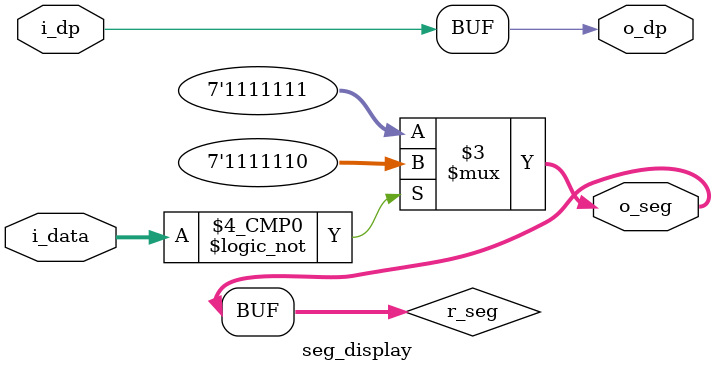
<source format=v>
/*
七段数码管
小数点位DP
*/
`timescale 1ns/1ns

module seg_display
	(
		input[3:0] i_data,
		input i_dp,

		output[6:0] o_seg,
		output o_dp
	);

	reg[6:0] r_seg;

	assign o_seg = r_seg;

	assign o_dp = i_dp;	//小数点直接输出


	always@(*)
	begin
		//根据7段数码管 显示数字与对应信号关系 来编码
		case(i_data)
			4'b0000:r_seg=7'b1111110;//显示数字0
			//下面类似，就不写其它情况了
			default:r_seg=7'b1111111;//不亮
		endcase
	end

endmodule

</source>
